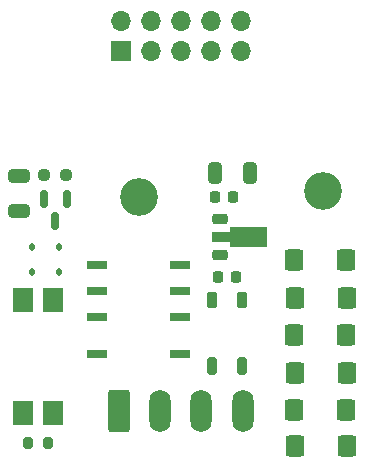
<source format=gbr>
%TF.GenerationSoftware,KiCad,Pcbnew,8.0.2*%
%TF.CreationDate,2024-11-30T22:02:43+01:00*%
%TF.ProjectId,keerlusRelais,6b656572-6c75-4735-9265-6c6169732e6b,rev?*%
%TF.SameCoordinates,Original*%
%TF.FileFunction,Soldermask,Top*%
%TF.FilePolarity,Negative*%
%FSLAX46Y46*%
G04 Gerber Fmt 4.6, Leading zero omitted, Abs format (unit mm)*
G04 Created by KiCad (PCBNEW 8.0.2) date 2024-11-30 22:02:43*
%MOMM*%
%LPD*%
G01*
G04 APERTURE LIST*
G04 Aperture macros list*
%AMRoundRect*
0 Rectangle with rounded corners*
0 $1 Rounding radius*
0 $2 $3 $4 $5 $6 $7 $8 $9 X,Y pos of 4 corners*
0 Add a 4 corners polygon primitive as box body*
4,1,4,$2,$3,$4,$5,$6,$7,$8,$9,$2,$3,0*
0 Add four circle primitives for the rounded corners*
1,1,$1+$1,$2,$3*
1,1,$1+$1,$4,$5*
1,1,$1+$1,$6,$7*
1,1,$1+$1,$8,$9*
0 Add four rect primitives between the rounded corners*
20,1,$1+$1,$2,$3,$4,$5,0*
20,1,$1+$1,$4,$5,$6,$7,0*
20,1,$1+$1,$6,$7,$8,$9,0*
20,1,$1+$1,$8,$9,$2,$3,0*%
%AMFreePoly0*
4,1,9,3.862500,-0.866500,0.737500,-0.866500,0.737500,-0.450000,-0.737500,-0.450000,-0.737500,0.450000,0.737500,0.450000,0.737500,0.866500,3.862500,0.866500,3.862500,-0.866500,3.862500,-0.866500,$1*%
G04 Aperture macros list end*
%ADD10O,1.700000X1.700000*%
%ADD11R,1.700000X1.700000*%
%ADD12RoundRect,0.285714X0.514286X0.614286X-0.514286X0.614286X-0.514286X-0.614286X0.514286X-0.614286X0*%
%ADD13RoundRect,0.285714X-0.514286X-0.614286X0.514286X-0.614286X0.514286X0.614286X-0.514286X0.614286X0*%
%ADD14RoundRect,0.212500X-0.212500X0.459000X-0.212500X-0.459000X0.212500X-0.459000X0.212500X0.459000X0*%
%ADD15RoundRect,0.210000X-0.210000X0.461500X-0.210000X-0.461500X0.210000X-0.461500X0.210000X0.461500X0*%
%ADD16RoundRect,0.210000X-0.210000X0.511500X-0.210000X-0.511500X0.210000X-0.511500X0.210000X0.511500X0*%
%ADD17RoundRect,0.200000X0.200000X0.275000X-0.200000X0.275000X-0.200000X-0.275000X0.200000X-0.275000X0*%
%ADD18RoundRect,0.112500X0.112500X-0.187500X0.112500X0.187500X-0.112500X0.187500X-0.112500X-0.187500X0*%
%ADD19RoundRect,0.237500X0.250000X0.237500X-0.250000X0.237500X-0.250000X-0.237500X0.250000X-0.237500X0*%
%ADD20RoundRect,0.250000X-0.325000X-0.650000X0.325000X-0.650000X0.325000X0.650000X-0.325000X0.650000X0*%
%ADD21RoundRect,0.250000X-0.650000X0.325000X-0.650000X-0.325000X0.650000X-0.325000X0.650000X0.325000X0*%
%ADD22R,1.800000X0.800000*%
%ADD23RoundRect,0.150000X-0.150000X0.587500X-0.150000X-0.587500X0.150000X-0.587500X0.150000X0.587500X0*%
%ADD24RoundRect,0.225000X0.225000X0.250000X-0.225000X0.250000X-0.225000X-0.250000X0.225000X-0.250000X0*%
%ADD25C,3.200000*%
%ADD26RoundRect,0.112500X-0.112500X0.187500X-0.112500X-0.187500X0.112500X-0.187500X0.112500X0.187500X0*%
%ADD27RoundRect,0.250000X-0.650000X-1.550000X0.650000X-1.550000X0.650000X1.550000X-0.650000X1.550000X0*%
%ADD28O,1.800000X3.600000*%
%ADD29R,1.780000X2.000000*%
%ADD30RoundRect,0.225000X-0.425000X-0.225000X0.425000X-0.225000X0.425000X0.225000X-0.425000X0.225000X0*%
%ADD31FreePoly0,0.000000*%
G04 APERTURE END LIST*
D10*
%TO.C,J2*%
X147085000Y-26110000D03*
X147085000Y-28650000D03*
X144545000Y-26110000D03*
X144545000Y-28650000D03*
X142005000Y-26110000D03*
X142005000Y-28650000D03*
X139465000Y-26110000D03*
X139465000Y-28650000D03*
X136925000Y-26110000D03*
D11*
X136925000Y-28650000D03*
%TD*%
D12*
%TO.C,D7*%
X156047000Y-55855000D03*
X151647000Y-55855000D03*
%TD*%
D13*
%TO.C,D6*%
X151583000Y-46330000D03*
X155983000Y-46330000D03*
%TD*%
D14*
%TO.C,D1*%
X147198000Y-49728500D03*
D15*
X144653000Y-49728500D03*
D16*
X144653000Y-55321500D03*
X147193000Y-55321500D03*
%TD*%
D17*
%TO.C,R1*%
X130746000Y-61824000D03*
X129096000Y-61824000D03*
%TD*%
D18*
%TO.C,D2*%
X131707000Y-47340000D03*
X131707000Y-45240000D03*
%TD*%
D12*
%TO.C,D9*%
X156074000Y-62078000D03*
X151674000Y-62078000D03*
%TD*%
D19*
%TO.C,R2*%
X132260000Y-39141500D03*
X130435000Y-39141500D03*
%TD*%
D20*
%TO.C,C2*%
X144911500Y-38966000D03*
X147861500Y-38966000D03*
%TD*%
D21*
%TO.C,C4*%
X128323000Y-39239500D03*
X128323000Y-42189500D03*
%TD*%
D22*
%TO.C,K1*%
X141921000Y-54300000D03*
X141921000Y-51100000D03*
X141921000Y-48900000D03*
X141921000Y-46700000D03*
X134921000Y-46700000D03*
X134921000Y-48900000D03*
X134921000Y-51100000D03*
X134921000Y-54300000D03*
%TD*%
D13*
%TO.C,D8*%
X151583000Y-59030000D03*
X155983000Y-59030000D03*
%TD*%
D12*
%TO.C,D4*%
X156047000Y-49505000D03*
X151647000Y-49505000D03*
%TD*%
D23*
%TO.C,Q2*%
X132321000Y-41125000D03*
X130421000Y-41125000D03*
X131371000Y-43000000D03*
%TD*%
D24*
%TO.C,C3*%
X146399500Y-40998000D03*
X144849500Y-40998000D03*
%TD*%
D25*
%TO.C,REF\u002A\u002A*%
X138421000Y-41000000D03*
%TD*%
D26*
%TO.C,D3*%
X129421000Y-45240000D03*
X129421000Y-47340000D03*
%TD*%
D27*
%TO.C,J4*%
X136726000Y-59067500D03*
D28*
X140226000Y-59067500D03*
X143726000Y-59067500D03*
X147226000Y-59067500D03*
%TD*%
D25*
%TO.C,REF\u002A\u002A*%
X154000000Y-40500000D03*
%TD*%
D29*
%TO.C,U2*%
X128651000Y-59265000D03*
X131191000Y-59265000D03*
X131191000Y-49735000D03*
X128651000Y-49735000D03*
%TD*%
D13*
%TO.C,D5*%
X151547000Y-52680000D03*
X155947000Y-52680000D03*
%TD*%
D30*
%TO.C,U1*%
X145288000Y-42846000D03*
D31*
X145375500Y-44346000D03*
D30*
X145288000Y-45846000D03*
%TD*%
D24*
%TO.C,C1*%
X146653500Y-47729000D03*
X145103500Y-47729000D03*
%TD*%
M02*

</source>
